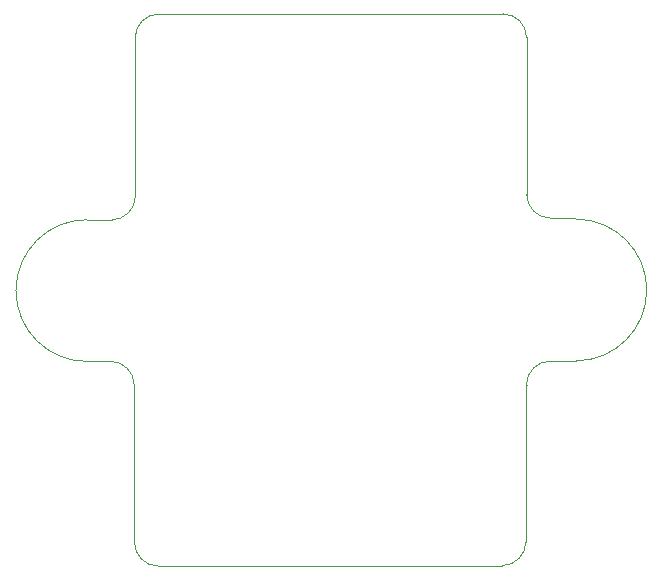
<source format=gbr>
%TF.GenerationSoftware,Altium Limited,Altium Designer,20.0.13 (296)*%
G04 Layer_Color=0*
%FSLAX25Y25*%
%MOIN*%
%TF.FileFunction,Profile,NP*%
%TF.Part,Single*%
G01*
G75*
%TA.AperFunction,Profile*%
%ADD74C,0.00100*%
D74*
X503415Y168070D02*
G02*
X511289Y160196I0J-7874D01*
G01*
X511304Y160204D01*
Y107841D01*
X511375Y107728D01*
D02*
G03*
X519249Y99854I7874J0D01*
G01*
X519570Y100000D01*
X633744D01*
X633961Y100031D01*
D02*
G03*
X641835Y107905I0J7874D01*
G01*
X641921Y107882D01*
Y160244D01*
X642055Y160272D01*
D02*
G02*
X649929Y168146I7874J0D01*
G01*
X650206Y168159D01*
X658379D01*
X658518Y168253D01*
D02*
G03*
X658518Y215497I0J23622D01*
G01*
X658266Y215712D01*
X650093D01*
X650024Y215809D01*
D02*
G02*
X642150Y223683I0J7874D01*
G01*
X642110Y223650D01*
Y276012D01*
X642068Y276032D01*
D02*
G03*
X634194Y283906I-7874J0D01*
G01*
X633945Y283866D01*
X519771Y283866D01*
X519485Y283865D01*
D02*
G03*
X511611Y275991I0J-7874D01*
G01*
X511653Y275549D01*
Y223187D01*
X511692Y223151D01*
D02*
G02*
X503818Y215277I-7874J0D01*
G01*
X503756Y215305D01*
X495582D01*
X495487Y215303D01*
D02*
G03*
X495487Y168059I0J-23622D01*
G01*
X495324Y168093D01*
X503415Y168070D01*
%TF.MD5,7a1ced6039e7b2e8a170d8d1f0ad445c*%
M02*

</source>
